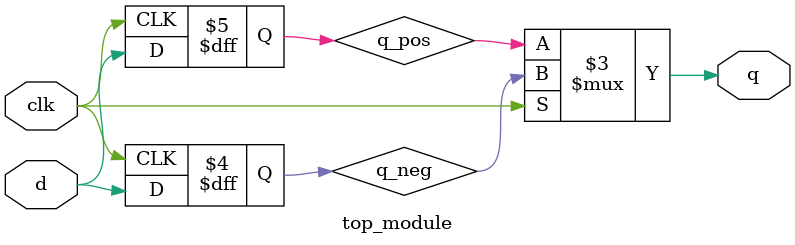
<source format=v>


// Hint: You can't create a dual-edge triggered flip-flop on an FPGA. But you can create both positive-edge triggered and negative-edge triggered flip-flops.
// This problem is a moderately difficult circuit design problem, but requires only basic Verilog language features. (This is a circuit design problem, not a coding problem.) It may help to first sketch a circuit by hand before attempting to code it.

module top_module (
    input clk,
    input d,
    output q
);
reg q_pos, q_neg;

    always @(posedge clk) begin
        q_pos <= d;
    end

    always @(negedge clk) begin
        q_neg <= d;
    end

    assign q = clk ? q_neg : q_pos;

endmodule
</source>
